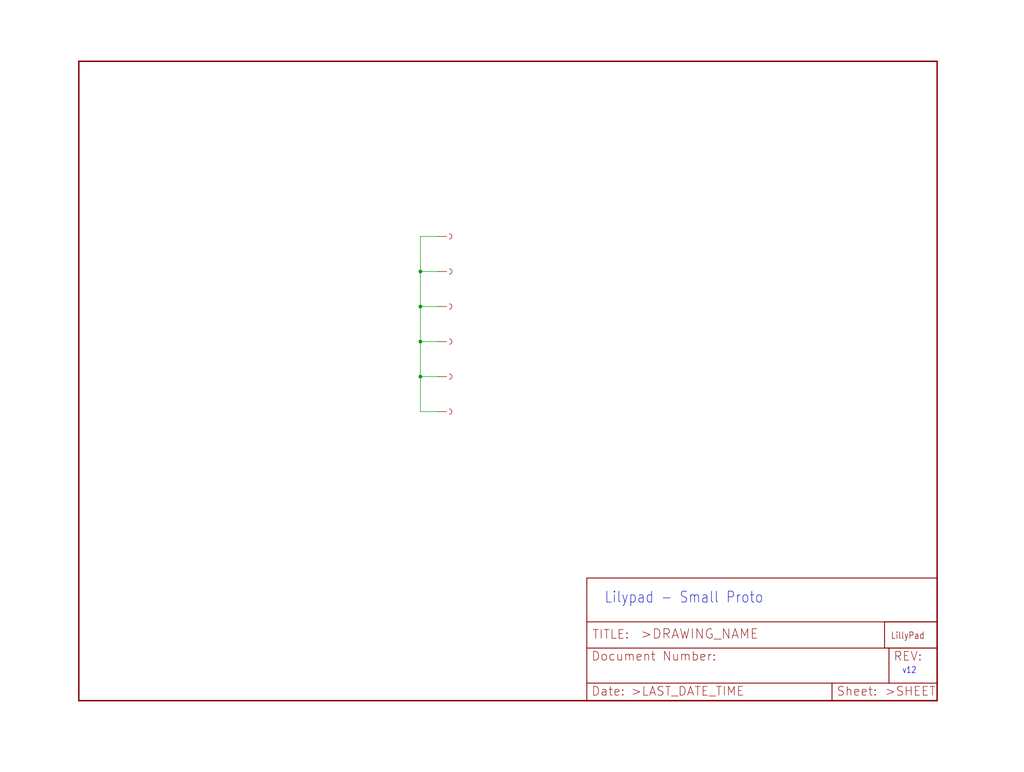
<source format=kicad_sch>
(kicad_sch (version 20211123) (generator eeschema)
  (paper "User" 297.002 223.926)
  (lib_symbols
    (symbol "eagleSchem-eagle-import:FRAME-LETTER"
      (symbol "FRAME-LETTER_1_0"
        (polyline (pts (xy 0 0) (xy 248.92 0)) (stroke (width 0.4064)))
        (polyline (pts (xy 0 185.42) (xy 0 0)) (stroke (width 0.4064)))
        (polyline (pts (xy 0 185.42) (xy 248.92 185.42)) (stroke (width 0.4064)))
        (polyline (pts (xy 248.92 185.42) (xy 248.92 0)) (stroke (width 0.4064)))
      )
      (symbol "FRAME-LETTER_2_0"
        (polyline (pts (xy 0 0) (xy 0 5.08)) (stroke (width 0.254)))
        (polyline (pts (xy 0 0) (xy 71.12 0)) (stroke (width 0.254)))
        (polyline (pts (xy 0 5.08) (xy 0 15.24)) (stroke (width 0.254)))
        (polyline (pts (xy 0 5.08) (xy 71.12 5.08)) (stroke (width 0.254)))
        (polyline (pts (xy 0 15.24) (xy 0 22.86)) (stroke (width 0.254)))
        (polyline (pts (xy 0 22.86) (xy 0 35.56)) (stroke (width 0.254)))
        (polyline (pts (xy 0 22.86) (xy 101.6 22.86)) (stroke (width 0.254)))
        (polyline (pts (xy 71.12 0) (xy 101.6 0)) (stroke (width 0.254)))
        (polyline (pts (xy 71.12 5.08) (xy 71.12 0)) (stroke (width 0.254)))
        (polyline (pts (xy 71.12 5.08) (xy 87.63 5.08)) (stroke (width 0.254)))
        (polyline (pts (xy 87.63 5.08) (xy 101.6 5.08)) (stroke (width 0.254)))
        (polyline (pts (xy 87.63 15.24) (xy 0 15.24)) (stroke (width 0.254)))
        (polyline (pts (xy 87.63 15.24) (xy 87.63 5.08)) (stroke (width 0.254)))
        (polyline (pts (xy 101.6 5.08) (xy 101.6 0)) (stroke (width 0.254)))
        (polyline (pts (xy 101.6 15.24) (xy 87.63 15.24)) (stroke (width 0.254)))
        (polyline (pts (xy 101.6 15.24) (xy 101.6 5.08)) (stroke (width 0.254)))
        (polyline (pts (xy 101.6 22.86) (xy 101.6 15.24)) (stroke (width 0.254)))
        (polyline (pts (xy 101.6 35.56) (xy 0 35.56)) (stroke (width 0.254)))
        (polyline (pts (xy 101.6 35.56) (xy 101.6 22.86)) (stroke (width 0.254)))
        (text ">DRAWING_NAME" (at 15.494 17.78 0) (effects (font (size 2.7432 2.7432)) (justify left bottom)))
        (text ">LAST_DATE_TIME" (at 12.7 1.27 0) (effects (font (size 2.54 2.54)) (justify left bottom)))
        (text ">SHEET" (at 86.36 1.27 0) (effects (font (size 2.54 2.54)) (justify left bottom)))
        (text "Date:" (at 1.27 1.27 0) (effects (font (size 2.54 2.54)) (justify left bottom)))
        (text "Document Number:" (at 1.27 11.43 0) (effects (font (size 2.54 2.54)) (justify left bottom)))
        (text "REV:" (at 88.9 11.43 0) (effects (font (size 2.54 2.54)) (justify left bottom)))
        (text "Sheet:" (at 72.39 1.27 0) (effects (font (size 2.54 2.54)) (justify left bottom)))
        (text "TITLE:" (at 1.524 17.78 0) (effects (font (size 2.54 2.54)) (justify left bottom)))
      )
    )
    (symbol "eagleSchem-eagle-import:LOGO-LPL"
      (symbol "LOGO-LPL_1_0"
        (polyline (pts (xy -2.54 -2.54) (xy 12.7 -2.54)) (stroke (width 0.254)))
        (polyline (pts (xy -2.54 5.08) (xy -2.54 -2.54)) (stroke (width 0.254)))
        (polyline (pts (xy 12.7 -2.54) (xy 12.7 5.08)) (stroke (width 0.254)))
        (polyline (pts (xy 12.7 5.08) (xy -2.54 5.08)) (stroke (width 0.254)))
        (text "LillyPad" (at -0.762 0 0) (effects (font (size 1.9304 1.6408)) (justify left bottom)))
      )
    )
    (symbol "eagleSchem-eagle-import:SEWTAP6"
      (symbol "SEWTAP6_1_0"
        (polyline (pts (xy 0 0) (xy -2.54 0)) (stroke (width 0.1524)))
        (arc (start 0.762 -0.762) (mid 1.524 0) (end 0.762 0.762) (stroke (width 0.1524)))
        (pin bidirectional line (at -2.54 0 180) (length 0) (name "1") (number "1"))
      )
    )
  )
  (junction (at 121.92 78.74))
  (junction (at 121.92 109.22))
  (junction (at 121.92 99.06))
  (junction (at 121.92 88.9))
  (wire (pts (xy 121.92 78.74) (xy 121.92 68.58)))
  (wire (pts (xy 127 109.22) (xy 121.92 109.22)))
  (wire (pts (xy 121.92 68.58) (xy 127 68.58)))
  (wire (pts (xy 127 99.06) (xy 121.92 99.06)))
  (wire (pts (xy 121.92 99.06) (xy 121.92 88.9)))
  (wire (pts (xy 127 88.9) (xy 121.92 88.9)))
  (wire (pts (xy 127 78.74) (xy 121.92 78.74)))
  (wire (pts (xy 121.92 119.38) (xy 121.92 109.22)))
  (wire (pts (xy 121.92 109.22) (xy 121.92 99.06)))
  (wire (pts (xy 127 119.38) (xy 121.92 119.38)))
  (wire (pts (xy 121.92 88.9) (xy 121.92 78.74)))
  (text "v12" (at 261.62 195.58 180) (effects (font (size 1.778 1.5113)) (justify left bottom)))
  (text "Lilypad - Small Proto" (at 175.26 175.26 180) (effects (font (size 3.175 2.6987)) (justify left bottom)))
  (symbol (lib_id "eagleSchem-eagle-import:FRAME-LETTER") (at 22.86 203.2 0) (unit 1)
    (property "Reference" "#FRAME1" (effects hide))
    (property "Value" "FRAME-LETTER" (effects hide))
    (property "Footprint" "eagleSchem:" (effects hide))
  )
  (symbol (lib_id "eagleSchem-eagle-import:SEWTAP6") (at 129.54 68.58 0) (unit 1)
    (property "Reference" "U$8" (effects hide))
    (property "Value" "SEWTAP6" (effects hide))
    (property "Footprint" "eagleSchem:PETAL-SMALL-2SIDE" (effects hide))
  )
  (symbol (lib_id "eagleSchem-eagle-import:SEWTAP6") (at 129.54 88.9 0) (unit 1)
    (property "Reference" "U$10" (effects hide))
    (property "Value" "SEWTAP6" (effects hide))
    (property "Footprint" "eagleSchem:PETAL-SMALL-2SIDE" (effects hide))
  )
  (symbol (lib_id "eagleSchem-eagle-import:LOGO-LPL") (at 259.08 185.42 0) (unit 1)
    (property "Reference" "U$2" (effects hide))
    (property "Value" "LOGO-LPL" (effects hide))
    (property "Footprint" "eagleSchem:LOGO-L" (effects hide))
  )
  (symbol (lib_id "eagleSchem-eagle-import:SEWTAP6") (at 129.54 119.38 0) (unit 1)
    (property "Reference" "U$5" (effects hide))
    (property "Value" "SEWTAP6" (effects hide))
    (property "Footprint" "eagleSchem:PETAL-SMALL-2SIDE" (effects hide))
  )
  (symbol (lib_id "eagleSchem-eagle-import:FRAME-LETTER") (at 170.18 203.2 0) (unit 2)
    (property "Reference" "#FRAME1" (effects hide))
    (property "Value" "FRAME-LETTER" (effects hide))
    (property "Footprint" "eagleSchem:" (effects hide))
  )
  (symbol (lib_id "eagleSchem-eagle-import:SEWTAP6") (at 129.54 99.06 0) (unit 1)
    (property "Reference" "U$4" (effects hide))
    (property "Value" "SEWTAP6" (effects hide))
    (property "Footprint" "eagleSchem:PETAL-SMALL-2SIDE" (effects hide))
  )
  (symbol (lib_id "eagleSchem-eagle-import:SEWTAP6") (at 129.54 78.74 0) (unit 1)
    (property "Reference" "U$3" (effects hide))
    (property "Value" "SEWTAP6" (effects hide))
    (property "Footprint" "eagleSchem:PETAL-SMALL-2SIDE" (effects hide))
  )
  (symbol (lib_id "eagleSchem-eagle-import:SEWTAP6") (at 129.54 109.22 0) (unit 1)
    (property "Reference" "U$9" (effects hide))
    (property "Value" "SEWTAP6" (effects hide))
    (property "Footprint" "eagleSchem:PETAL-SMALL-2SIDE" (effects hide))
  )
)
</source>
